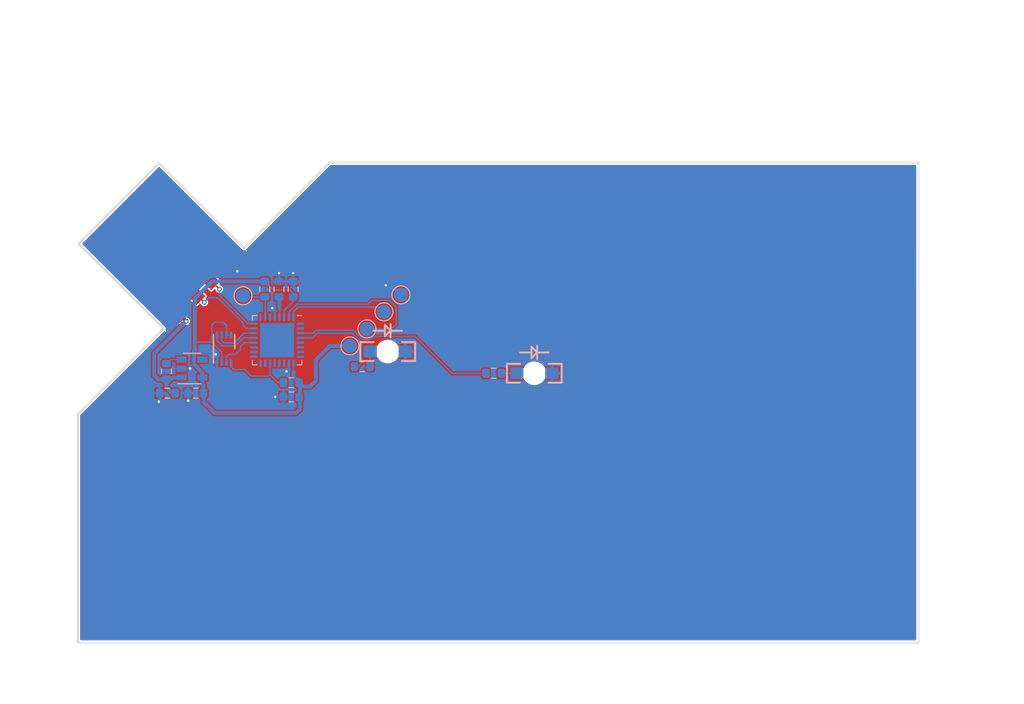
<source format=kicad_pcb>
(kicad_pcb (version 20171130) (host pcbnew "(5.1.8)-1")
  (layers (0 F.Cu signal hide) (31 B.Cu signal) (34 B.Paste user) (35 F.Paste user) (36 B.SilkS user hide) (37 F.SilkS user) (38 B.Mask user) (39 F.Mask user hide) (44 Edge.Cuts user))
  (net 0 "")
  (net 1 "Net-(C1-Pad2)")
  (net 2 GND)
  (net 3 +3V3)
  (net 4 +5VP)
  (net 5 D+)
  (net 6 D-)
  (net 7 "Net-(R1-Pad1)")
  (net 8 FLASH_CS)
  (net 9 "Net-(R3-Pad2)")
  (net 10 "Net-(R4-Pad2)")
  (net 11 "Net-(R5-Pad1)")
  (net 12 "Net-(U1-Pad1)")
  (net 13 "Net-(U1-Pad2)")
  (net 14 "Net-(U1-Pad5)")
  (net 15 "Net-(U1-Pad6)")
  (net 16 "Net-(U1-Pad7)")
  (net 17 "Net-(U1-Pad8)")
  (net 18 "Net-(U1-Pad11)")
  (net 19 "Net-(U1-Pad12)")
  (net 20 "Net-(U1-Pad13)")
  (net 21 "Net-(U1-Pad15)")
  (net 22 "Net-(U1-Pad16)")
  (net 23 "Net-(U1-Pad17)")
  (net 24 "Net-(U1-Pad18)")
  (net 25 "Net-(U1-Pad19)")
  (net 26 MISO2)
  (net 27 MOSI2)
  (net 28 SCK2)
  (net 29 "Net-(U1-Pad25)")
  (net 30 "Net-(U1-Pad27)")
  (net 31 "Net-(U1-Pad33)")
  (net 32 "Net-(U2-Pad4)")
  (net 33 "Net-(R3-Pad1)")
  (net 34 "Net-(R4-Pad1)")
  (net 35 "Net-(TP2-Pad1)")
  (net 36 "Net-(TP3-Pad1)")
  (module artwork:artwork (layer F.Cu) (at 64.4 65.222377)
    (fp_text reference Ref** hide)
    (fp_text value Val** hide)
  )
  (module unified:DFN-8-1EP_3x2mm_P0.5mm_EP1.75x1.45mm (layer B.Cu) (at 34.3 60.4 90)
    (fp_text reference U3 hide)
    (fp_text value AT25xxx-MA)
    (fp_line (start -1.5 -1.125) (end 1.5 -1.125) (layer B.SilkS) (width 0.15))
    (fp_line (start 0 1.125) (end 1.5 1.125) (layer B.SilkS) (width 0.15))
    (pad 1 smd rect (at -1.45 0.75 90) (size 0.75 0.27) (layers B.Cu B.Paste B.Mask) (net 8 FLASH_CS))
    (pad 2 smd rect (at -1.45 0.25 90) (size 0.75 0.27) (layers B.Cu B.Paste B.Mask) (net 26 MISO2))
    (pad 3 smd rect (at -1.45 -0.25 90) (size 0.75 0.27) (layers B.Cu B.Paste B.Mask) (net 3 +3V3))
    (pad 4 smd rect (at -1.45 -0.75 90) (size 0.75 0.27) (layers B.Cu B.Paste B.Mask) (net 2 GND))
    (pad 5 smd rect (at 1.45 -0.75 90) (size 0.75 0.27) (layers B.Cu B.Paste B.Mask) (net 27 MOSI2))
    (pad 6 smd rect (at 1.45 -0.25 90) (size 0.75 0.27) (layers B.Cu B.Paste B.Mask) (net 28 SCK2))
    (pad 7 smd rect (at 1.45 0.25 90) (size 0.75 0.27) (layers B.Cu B.Paste B.Mask) (net 3 +3V3))
    (pad 8 smd rect (at 1.45 0.75 90) (size 0.75 0.27) (layers B.Cu B.Paste B.Mask) (net 3 +3V3))
  )
  (module Resistor_SMD:R_0603_1608Metric (layer B.Cu) (at 40.1 54.1 270)
    (fp_text reference C1 hide)
    (fp_text value 10uF)
    (fp_line (start -0.237258 -0.5225) (end 0.237258 -0.5225) (layer B.SilkS) (width 0.12))
    (fp_line (start -0.237258 0.5225) (end 0.237258 0.5225) (layer B.SilkS) (width 0.12))
    (pad 2 smd roundrect (at 0.825 0 270) (size 0.8 0.95) (layers B.Cu B.Paste B.Mask) (net 1 "Net-(C1-Pad2)"))
    (pad 1 smd roundrect (at -0.825 0 270) (size 0.8 0.95) (layers B.Cu B.Paste B.Mask) (net 2 GND))
  )
  (module Resistor_SMD:R_0603_1608Metric (layer B.Cu) (at 41.4 65.5 180)
    (fp_text reference C2 hide)
    (fp_text value 10uF)
    (fp_line (start -0.237258 0.5225) (end 0.237258 0.5225) (layer B.SilkS) (width 0.12))
    (fp_line (start -0.237258 -0.5225) (end 0.237258 -0.5225) (layer B.SilkS) (width 0.12))
    (pad 1 smd roundrect (at -0.825 0 180) (size 0.8 0.95) (layers B.Cu B.Paste B.Mask) (net 3 +3V3))
    (pad 2 smd roundrect (at 0.825 0 180) (size 0.8 0.95) (layers B.Cu B.Paste B.Mask) (net 2 GND))
  )
  (module Resistor_SMD:R_0603_1608Metric (layer B.Cu) (at 41.6 54.1 90)
    (fp_text reference C3 hide)
    (fp_text value 1uF)
    (fp_line (start -0.237258 0.5225) (end 0.237258 0.5225) (layer B.SilkS) (width 0.12))
    (fp_line (start -0.237258 -0.5225) (end 0.237258 -0.5225) (layer B.SilkS) (width 0.12))
    (pad 1 smd roundrect (at -0.825 0 90) (size 0.8 0.95) (layers B.Cu B.Paste B.Mask) (net 3 +3V3))
    (pad 2 smd roundrect (at 0.825 0 90) (size 0.8 0.95) (layers B.Cu B.Paste B.Mask) (net 2 GND))
  )
  (module Resistor_SMD:R_0603_1608Metric (layer B.Cu) (at 28.3 65.1 180)
    (fp_text reference C6 hide)
    (fp_text value 10uF)
    (fp_line (start -0.237258 -0.5225) (end 0.237258 -0.5225) (layer B.SilkS) (width 0.12))
    (fp_line (start -0.237258 0.5225) (end 0.237258 0.5225) (layer B.SilkS) (width 0.12))
    (pad 2 smd roundrect (at 0.825 0 180) (size 0.8 0.95) (layers B.Cu B.Paste B.Mask) (net 2 GND))
    (pad 1 smd roundrect (at -0.825 0 180) (size 0.8 0.95) (layers B.Cu B.Paste B.Mask) (net 4 +5VP))
  )
  (module Resistor_SMD:R_0603_1608Metric (layer B.Cu) (at 31.3 65.1 180)
    (fp_text reference C7 hide)
    (fp_text value 10uF)
    (fp_line (start -0.237258 0.5225) (end 0.237258 0.5225) (layer B.SilkS) (width 0.12))
    (fp_line (start -0.237258 -0.5225) (end 0.237258 -0.5225) (layer B.SilkS) (width 0.12))
    (pad 1 smd roundrect (at -0.825 0 180) (size 0.8 0.95) (layers B.Cu B.Paste B.Mask) (net 3 +3V3))
    (pad 2 smd roundrect (at 0.825 0 180) (size 0.8 0.95) (layers B.Cu B.Paste B.Mask) (net 2 GND))
  )
  (module usb-pcb:usb-pcb (layer F.Cu) (at 32.4 54.3 45)
    (fp_text reference J1 hide)
    (fp_text value USB_B)
    (fp_line (start -6.0325 -13.077501) (end 6.0325 -13.077501) (layer F.SilkS) (width 0.12))
    (fp_line (start -6.0325 -13.077501) (end -6.0325 0) (layer F.SilkS) (width 0.12))
    (fp_line (start 6.0325 -13.077501) (end 6.0325 0) (layer F.SilkS) (width 0.12))
    (pad 3 smd rect (at 1.0795 -5.715 45) (size 1.27 12.065) (layers F.Cu F.Paste F.Mask) (net 5 D+))
    (pad 2 smd rect (at -1.0795 -5.715 45) (size 1.27 12.065) (layers F.Cu F.Paste F.Mask) (net 6 D-))
    (pad 4 smd rect (at 3.81 -6.0325 45) (size 1.27 12.7) (layers F.Cu F.Paste F.Mask) (net 2 GND))
    (pad 1 smd rect (at -3.81 -6.0325 45) (size 1.27 12.7) (layers F.Cu F.Paste F.Mask) (net 4 +5VP))
  )
  (module Resistor_SMD:R_0603_1608Metric (layer B.Cu) (at 28.2 62.8 270)
    (fp_text reference R1 hide)
    (fp_text value 100k)
    (fp_line (start -0.237258 0.5225) (end 0.237258 0.5225) (layer B.SilkS) (width 0.12))
    (fp_line (start -0.237258 -0.5225) (end 0.237258 -0.5225) (layer B.SilkS) (width 0.12))
    (pad 1 smd roundrect (at -0.825 0 270) (size 0.8 0.95) (layers B.Cu B.Paste B.Mask) (net 7 "Net-(R1-Pad1)"))
    (pad 2 smd roundrect (at 0.825 0 270) (size 0.8 0.95) (layers B.Cu B.Paste B.Mask) (net 4 +5VP))
  )
  (module Resistor_SMD:R_0603_1608Metric (layer B.Cu) (at 41.4 64 180)
    (fp_text reference R2 hide)
    (fp_text value 100k)
    (fp_line (start -0.237258 -0.5225) (end 0.237258 -0.5225) (layer B.SilkS) (width 0.12))
    (fp_line (start -0.237258 0.5225) (end 0.237258 0.5225) (layer B.SilkS) (width 0.12))
    (pad 2 smd roundrect (at 0.825 0 180) (size 0.8 0.95) (layers B.Cu B.Paste B.Mask) (net 8 FLASH_CS))
    (pad 1 smd roundrect (at -0.825 0 180) (size 0.8 0.95) (layers B.Cu B.Paste B.Mask) (net 3 +3V3))
  )
  (module Resistor_SMD:R_0603_1608Metric (layer B.Cu) (at 48.9 62.3 180)
    (fp_text reference R3 hide)
    (fp_text value 330)
    (fp_line (start -0.237258 0.5225) (end 0.237258 0.5225) (layer B.SilkS) (width 0.12))
    (fp_line (start -0.237258 -0.5225) (end 0.237258 -0.5225) (layer B.SilkS) (width 0.12))
    (pad 1 smd roundrect (at -0.825 0 180) (size 0.8 0.95) (layers B.Cu B.Paste B.Mask) (net 33 "Net-(R3-Pad1)"))
    (pad 2 smd roundrect (at 0.825 0 180) (size 0.8 0.95) (layers B.Cu B.Paste B.Mask) (net 9 "Net-(R3-Pad2)"))
  )
  (module Resistor_SMD:R_0603_1608Metric (layer B.Cu) (at 62.8 63 180)
    (fp_text reference R4 hide)
    (fp_text value 330)
    (fp_line (start -0.237258 -0.5225) (end 0.237258 -0.5225) (layer B.SilkS) (width 0.12))
    (fp_line (start -0.237258 0.5225) (end 0.237258 0.5225) (layer B.SilkS) (width 0.12))
    (pad 2 smd roundrect (at 0.825 0 180) (size 0.8 0.95) (layers B.Cu B.Paste B.Mask) (net 10 "Net-(R4-Pad2)"))
    (pad 1 smd roundrect (at -0.825 0 180) (size 0.8 0.95) (layers B.Cu B.Paste B.Mask) (net 34 "Net-(R4-Pad1)"))
  )
  (module Resistor_SMD:R_0603_1608Metric (layer B.Cu) (at 38.6 54.1 90)
    (fp_text reference R5 hide)
    (fp_text value 100k)
    (fp_line (start -0.237258 -0.5225) (end 0.237258 -0.5225) (layer B.SilkS) (width 0.12))
    (fp_line (start -0.237258 0.5225) (end 0.237258 0.5225) (layer B.SilkS) (width 0.12))
    (pad 2 smd roundrect (at 0.825 0 90) (size 0.8 0.95) (layers B.Cu B.Paste B.Mask) (net 3 +3V3))
    (pad 1 smd roundrect (at -0.825 0 90) (size 0.8 0.95) (layers B.Cu B.Paste B.Mask) (net 11 "Net-(R5-Pad1)"))
  )
  (module Package_DFN_QFN:QFN-32-1EP_5x5mm_P0.5mm_EP3.6x3.6mm (layer B.Cu) (at 39.9 59.5 180)
    (fp_text reference U1 hide)
    (fp_text value ATSAMD21E18A-M)
    (fp_line (start 2.135 2.61) (end 2.61 2.61) (layer B.SilkS) (width 0.12))
    (fp_line (start 2.61 2.61) (end 2.61 2.135) (layer B.SilkS) (width 0.12))
    (fp_line (start -2.135 -2.61) (end -2.61 -2.61) (layer B.SilkS) (width 0.12))
    (fp_line (start -2.61 -2.61) (end -2.61 -2.135) (layer B.SilkS) (width 0.12))
    (fp_line (start 2.135 -2.61) (end 2.61 -2.61) (layer B.SilkS) (width 0.12))
    (fp_line (start 2.61 -2.61) (end 2.61 -2.135) (layer B.SilkS) (width 0.12))
    (fp_line (start -2.135 2.61) (end -2.61 2.61) (layer B.SilkS) (width 0.12))
    (pad 1 smd roundrect (at -2.45 1.75 180) (size 0.8 0.25) (layers B.Cu B.Paste B.Mask) (net 12 "Net-(U1-Pad1)"))
    (pad 2 smd roundrect (at -2.45 1.25 180) (size 0.8 0.25) (layers B.Cu B.Paste B.Mask) (net 13 "Net-(U1-Pad2)"))
    (pad 3 smd roundrect (at -2.45 0.75 180) (size 0.8 0.25) (layers B.Cu B.Paste B.Mask) (net 10 "Net-(R4-Pad2)"))
    (pad 4 smd roundrect (at -2.45 0.25 180) (size 0.8 0.25) (layers B.Cu B.Paste B.Mask) (net 9 "Net-(R3-Pad2)"))
    (pad 5 smd roundrect (at -2.45 -0.25 180) (size 0.8 0.25) (layers B.Cu B.Paste B.Mask) (net 14 "Net-(U1-Pad5)"))
    (pad 6 smd roundrect (at -2.45 -0.75 180) (size 0.8 0.25) (layers B.Cu B.Paste B.Mask) (net 15 "Net-(U1-Pad6)"))
    (pad 7 smd roundrect (at -2.45 -1.25 180) (size 0.8 0.25) (layers B.Cu B.Paste B.Mask) (net 16 "Net-(U1-Pad7)"))
    (pad 8 smd roundrect (at -2.45 -1.75 180) (size 0.8 0.25) (layers B.Cu B.Paste B.Mask) (net 17 "Net-(U1-Pad8)"))
    (pad 9 smd roundrect (at -1.75 -2.45 180) (size 0.25 0.8) (layers B.Cu B.Paste B.Mask) (net 3 +3V3))
    (pad 10 smd roundrect (at -1.25 -2.45 180) (size 0.25 0.8) (layers B.Cu B.Paste B.Mask) (net 2 GND))
    (pad 11 smd roundrect (at -0.75 -2.45 180) (size 0.25 0.8) (layers B.Cu B.Paste B.Mask) (net 18 "Net-(U1-Pad11)"))
    (pad 12 smd roundrect (at -0.25 -2.45 180) (size 0.25 0.8) (layers B.Cu B.Paste B.Mask) (net 19 "Net-(U1-Pad12)"))
    (pad 13 smd roundrect (at 0.25 -2.45 180) (size 0.25 0.8) (layers B.Cu B.Paste B.Mask) (net 20 "Net-(U1-Pad13)"))
    (pad 14 smd roundrect (at 0.75 -2.45 180) (size 0.25 0.8) (layers B.Cu B.Paste B.Mask) (net 8 FLASH_CS))
    (pad 15 smd roundrect (at 1.25 -2.45 180) (size 0.25 0.8) (layers B.Cu B.Paste B.Mask) (net 21 "Net-(U1-Pad15)"))
    (pad 16 smd roundrect (at 1.75 -2.45 180) (size 0.25 0.8) (layers B.Cu B.Paste B.Mask) (net 22 "Net-(U1-Pad16)"))
    (pad 17 smd roundrect (at 2.45 -1.75 180) (size 0.8 0.25) (layers B.Cu B.Paste B.Mask) (net 23 "Net-(U1-Pad17)"))
    (pad 18 smd roundrect (at 2.45 -1.25 180) (size 0.8 0.25) (layers B.Cu B.Paste B.Mask) (net 24 "Net-(U1-Pad18)"))
    (pad 19 smd roundrect (at 2.45 -0.75 180) (size 0.8 0.25) (layers B.Cu B.Paste B.Mask) (net 25 "Net-(U1-Pad19)"))
    (pad 20 smd roundrect (at 2.45 -0.25 180) (size 0.8 0.25) (layers B.Cu B.Paste B.Mask) (net 26 MISO2))
    (pad 21 smd roundrect (at 2.45 0.25 180) (size 0.8 0.25) (layers B.Cu B.Paste B.Mask) (net 27 MOSI2))
    (pad 22 smd roundrect (at 2.45 0.75 180) (size 0.8 0.25) (layers B.Cu B.Paste B.Mask) (net 28 SCK2))
    (pad 23 smd roundrect (at 2.45 1.25 180) (size 0.8 0.25) (layers B.Cu B.Paste B.Mask) (net 6 D-))
    (pad 24 smd roundrect (at 2.45 1.75 180) (size 0.8 0.25) (layers B.Cu B.Paste B.Mask) (net 5 D+))
    (pad 25 smd roundrect (at 1.75 2.45 180) (size 0.25 0.8) (layers B.Cu B.Paste B.Mask) (net 29 "Net-(U1-Pad25)"))
    (pad 26 smd roundrect (at 1.25 2.45 180) (size 0.25 0.8) (layers B.Cu B.Paste B.Mask) (net 11 "Net-(R5-Pad1)"))
    (pad 27 smd roundrect (at 0.75 2.45 180) (size 0.25 0.8) (layers B.Cu B.Paste B.Mask) (net 30 "Net-(U1-Pad27)"))
    (pad 28 smd roundrect (at 0.25 2.45 180) (size 0.25 0.8) (layers B.Cu B.Paste B.Mask) (net 2 GND))
    (pad 29 smd roundrect (at -0.25 2.45 180) (size 0.25 0.8) (layers B.Cu B.Paste B.Mask) (net 1 "Net-(C1-Pad2)"))
    (pad 30 smd roundrect (at -0.75 2.45 180) (size 0.25 0.8) (layers B.Cu B.Paste B.Mask) (net 3 +3V3))
    (pad 31 smd roundrect (at -1.25 2.45 180) (size 0.25 0.8) (layers B.Cu B.Paste B.Mask) (net 35 "Net-(TP2-Pad1)"))
    (pad 32 smd roundrect (at -1.75 2.45 180) (size 0.25 0.8) (layers B.Cu B.Paste B.Mask) (net 36 "Net-(TP3-Pad1)"))
    (pad 33 smd rect (at 0 0 180) (size 3.6 3.6) (layers B.Cu B.Mask) (net 31 "Net-(U1-Pad33)"))
  )
  (module Package_TO_SOT_SMD:SOT-23-5 (layer B.Cu) (at 30.9 62.5)
    (fp_text reference U2 hide)
    (fp_text value AP2112K-3.3)
    (fp_line (start -0.9 -1.61) (end 0.9 -1.61) (layer B.SilkS) (width 0.12))
    (fp_line (start 0.9 1.61) (end -1.55 1.61) (layer B.SilkS) (width 0.12))
    (pad 1 smd rect (at -1.1 0.95) (size 1.06 0.65) (layers B.Cu B.Paste B.Mask) (net 4 +5VP))
    (pad 2 smd rect (at -1.1 0) (size 1.06 0.65) (layers B.Cu B.Paste B.Mask) (net 2 GND))
    (pad 3 smd rect (at -1.1 -0.95) (size 1.06 0.65) (layers B.Cu B.Paste B.Mask) (net 7 "Net-(R1-Pad1)"))
    (pad 4 smd rect (at 1.1 -0.95) (size 1.06 0.65) (layers B.Cu B.Paste B.Mask) (net 32 "Net-(U2-Pad4)"))
    (pad 5 smd rect (at 1.1 0.95) (size 1.06 0.65) (layers B.Cu B.Paste B.Mask) (net 3 +3V3))
  )
  (module HSMC-C265:HSMC-C265 (layer B.Cu) (at 51.6 60.7)
    (fp_text reference U4 hide)
    (fp_text value HSMC-C265)
    (fp_line (start -1.5 1) (end -2.9 1) (layer B.SilkS) (width 0.2032))
    (fp_line (start -2.9 1) (end -2.9 -1) (layer B.SilkS) (width 0.2032))
    (fp_line (start -2.9 -1) (end -1.5 -1) (layer B.SilkS) (width 0.2032))
    (fp_line (start 1.5 1) (end 2.9 1) (layer B.SilkS) (width 0.2032))
    (fp_line (start 2.9 1) (end 2.9 -1) (layer B.SilkS) (width 0.2032))
    (fp_line (start 2.9 -1) (end 1.5 -1) (layer B.SilkS) (width 0.2032))
    (fp_line (start 0.3 -1.51) (end 0.3 -2.2) (layer B.SilkS) (width 0.2032))
    (fp_line (start 0.3 -2.2) (end 0.3 -2.21) (layer B.SilkS) (width 0.2032))
    (fp_line (start 0.3 -2.21) (end 0.3 -2.91) (layer B.SilkS) (width 0.2032))
    (fp_line (start 0.3 -2.21) (end -0.3 -1.61) (layer B.SilkS) (width 0.2032))
    (fp_line (start -0.3 -1.61) (end -0.3 -2.2) (layer B.SilkS) (width 0.2032))
    (fp_line (start -0.3 -2.2) (end -0.3 -2.81) (layer B.SilkS) (width 0.2032))
    (fp_line (start -0.3 -2.81) (end 0.3 -2.21) (layer B.SilkS) (width 0.2032))
    (fp_line (start -1.5 -2.2) (end -0.3 -2.2) (layer B.SilkS) (width 0.2032))
    (fp_line (start 0.3 -2.2) (end 1.5 -2.2) (layer B.SilkS) (width 0.2032))
    (pad A smd rect (at -1.85 0) (size 1.4 1.25) (layers B.Cu B.Paste B.Mask) (net 33 "Net-(R3-Pad1)"))
    (pad C smd rect (at 1.85 0) (size 1.4 1.25) (layers B.Cu B.Paste B.Mask) (net 2 GND))
    (pad None np_thru_hole circle (at 0 0) (size 2.2 2.2) (drill 2.2) (layers *.Cu *.Mask))
  )
  (module HSMC-C265:HSMC-C265 (layer B.Cu) (at 67.1 63)
    (fp_text reference U5 hide)
    (fp_text value HSMC-C265)
    (fp_line (start 0.3 -2.2) (end 1.5 -2.2) (layer B.SilkS) (width 0.2032))
    (fp_line (start -1.5 -2.2) (end -0.3 -2.2) (layer B.SilkS) (width 0.2032))
    (fp_line (start -0.3 -2.81) (end 0.3 -2.21) (layer B.SilkS) (width 0.2032))
    (fp_line (start -0.3 -2.2) (end -0.3 -2.81) (layer B.SilkS) (width 0.2032))
    (fp_line (start -0.3 -1.61) (end -0.3 -2.2) (layer B.SilkS) (width 0.2032))
    (fp_line (start 0.3 -2.21) (end -0.3 -1.61) (layer B.SilkS) (width 0.2032))
    (fp_line (start 0.3 -2.21) (end 0.3 -2.91) (layer B.SilkS) (width 0.2032))
    (fp_line (start 0.3 -2.2) (end 0.3 -2.21) (layer B.SilkS) (width 0.2032))
    (fp_line (start 0.3 -1.51) (end 0.3 -2.2) (layer B.SilkS) (width 0.2032))
    (fp_line (start 2.9 -1) (end 1.5 -1) (layer B.SilkS) (width 0.2032))
    (fp_line (start 2.9 1) (end 2.9 -1) (layer B.SilkS) (width 0.2032))
    (fp_line (start 1.5 1) (end 2.9 1) (layer B.SilkS) (width 0.2032))
    (fp_line (start -2.9 -1) (end -1.5 -1) (layer B.SilkS) (width 0.2032))
    (fp_line (start -2.9 1) (end -2.9 -1) (layer B.SilkS) (width 0.2032))
    (fp_line (start -1.5 1) (end -2.9 1) (layer B.SilkS) (width 0.2032))
    (pad None np_thru_hole circle (at 0 0) (size 2.2 2.2) (drill 2.2) (layers *.Cu *.Mask))
    (pad C smd rect (at 1.85 0) (size 1.4 1.25) (layers B.Cu B.Paste B.Mask) (net 2 GND))
    (pad A smd rect (at -1.85 0) (size 1.4 1.25) (layers B.Cu B.Paste B.Mask) (net 34 "Net-(R4-Pad1)"))
  )
  (module TestPoint:TestPoint_Pad_D1.5mm (layer B.Cu) (at 47.6 60.1)
    (fp_text reference TP1 hide)
    (fp_text value TestPoint)
    (fp_circle (center 0 0) (end 0 -0.95) (layer B.SilkS) (width 0.12))
    (pad 1 smd circle (at 0 0) (size 1.5 1.5) (layers B.Cu B.Mask) (net 3 +3V3))
  )
  (module TestPoint:TestPoint_Pad_D1.5mm (layer B.Cu) (at 49.4 58.3)
    (fp_text reference TP2 hide)
    (fp_text value TestPoint)
    (fp_circle (center 0 0) (end 0 -0.95) (layer B.SilkS) (width 0.12))
    (pad 1 smd circle (at 0 0) (size 1.5 1.5) (layers B.Cu B.Mask) (net 35 "Net-(TP2-Pad1)"))
  )
  (module TestPoint:TestPoint_Pad_D1.5mm (layer B.Cu) (at 51.2 56.5)
    (fp_text reference TP3 hide)
    (fp_text value TestPoint)
    (fp_circle (center 0 0) (end 0 -0.95) (layer B.SilkS) (width 0.12))
    (pad 1 smd circle (at 0 0) (size 1.5 1.5) (layers B.Cu B.Mask) (net 36 "Net-(TP3-Pad1)"))
  )
  (module TestPoint:TestPoint_Pad_D1.5mm (layer B.Cu) (at 53 54.7)
    (fp_text reference TP4 hide)
    (fp_text value TestPoint)
    (fp_circle (center 0 0) (end 0 -0.95) (layer B.SilkS) (width 0.12))
    (pad 1 smd circle (at 0 0) (size 1.5 1.5) (layers B.Cu B.Mask) (net 2 GND))
  )
  (module TestPoint:TestPoint_Pad_D1.5mm (layer B.Cu) (at 36.3 54.8)
    (fp_text reference TP5 hide)
    (fp_text value TestPoint)
    (fp_circle (center 0 0) (end 0 -0.95) (layer B.SilkS) (width 0.12))
    (pad 1 smd circle (at 0 0) (size 1.5 1.5) (layers B.Cu B.Mask) (net 11 "Net-(R5-Pad1)"))
  )
  (gr_line (start 45.46366 40.69684) (end 36.411791 49.74872) (layer Edge.Cuts) (width 0.2))
  (gr_line (start 27.431531 40.76846) (end 18.9 49.3) (layer Edge.Cuts) (width 0.2))
  (gr_line (start 27.88025 58.28025) (end 18.82801 67.3325) (layer Edge.Cuts) (width 0.2))
  (gr_line (start 107.728024 91.4969) (end 107.728384 40.69684) (layer Edge.Cuts) (width 0.2))
  (gr_line (start 18.82801 91.4969) (end 107.728024 91.4969) (layer Edge.Cuts) (width 0.2))
  (gr_line (start 107.728384 40.69684) (end 45.46366 40.69684) (layer Edge.Cuts) (width 0.2))
  (gr_line (start 18.82801 67.3325) (end 18.82801 91.4969) (layer Edge.Cuts) (width 0.2))
  (gr_line (start 36.411791 49.74872) (end 27.431531 40.76846) (layer Edge.Cuts) (width 0.2))
  (gr_line (start 18.9 49.3) (end 27.88025 58.28025) (layer Edge.Cuts) (width 0.2))
  (segment (start 40.15 57.05) (end 40.15 56.15) (width 0.1524) (layer B.Cu) (net 1))
  (segment (start 40.15 54.975) (end 40.1 54.925) (width 0.4064) (layer B.Cu) (net 1))
  (segment (start 40.15 56.15) (end 40.15 54.975) (width 0.4064) (layer B.Cu) (net 1))
  (via (at 35.7 52.2) (size 0.5) (drill 0.25) (layers F.Cu B.Cu) (net 2))
  (segment (start 30.840302 47.340302) (end 35.7 52.2) (width 0.4064) (layer F.Cu) (net 2))
  (segment (start 30.828455 47.340302) (end 30.840302 47.340302) (width 0.4064) (layer F.Cu) (net 2))
  (via (at 39.7 65.5) (size 0.5) (drill 0.25) (layers F.Cu B.Cu) (net 2))
  (segment (start 40.575 65.5) (end 39.7 65.5) (width 0.1524) (layer B.Cu) (net 2))
  (via (at 40.9 62.8) (size 0.5) (drill 0.25) (layers F.Cu B.Cu) (net 2))
  (segment (start 41.15 62.55) (end 40.9 62.8) (width 0.1524) (layer B.Cu) (net 2))
  (segment (start 41.15 61.95) (end 41.15 62.55) (width 0.1524) (layer B.Cu) (net 2))
  (via (at 33.4 61) (size 0.5) (drill 0.25) (layers F.Cu B.Cu) (net 2))
  (segment (start 33.55 61.15) (end 33.4 61) (width 0.1524) (layer B.Cu) (net 2))
  (segment (start 33.55 61.85) (end 33.55 61.15) (width 0.1524) (layer B.Cu) (net 2))
  (via (at 30.7 62.5) (size 0.5) (drill 0.25) (layers F.Cu B.Cu) (net 2))
  (segment (start 29.8 62.5) (end 30.7 62.5) (width 0.1524) (layer B.Cu) (net 2))
  (via (at 30.5 65.9) (size 0.5) (drill 0.25) (layers F.Cu B.Cu) (net 2))
  (segment (start 30.475 65.875) (end 30.5 65.9) (width 0.1524) (layer B.Cu) (net 2))
  (segment (start 30.475 65.1) (end 30.475 65.875) (width 0.1524) (layer B.Cu) (net 2))
  (via (at 27.4 66) (size 0.5) (drill 0.25) (layers F.Cu B.Cu) (net 2))
  (segment (start 27.475 65.925) (end 27.4 66) (width 0.1524) (layer B.Cu) (net 2))
  (segment (start 27.475 65.1) (end 27.475 65.925) (width 0.1524) (layer B.Cu) (net 2))
  (via (at 39.4 56.1) (size 0.5) (drill 0.25) (layers F.Cu B.Cu) (net 2))
  (segment (start 39.65 56.35) (end 39.4 56.1) (width 0.1524) (layer B.Cu) (net 2))
  (segment (start 39.65 57.05) (end 39.65 56.35) (width 0.1524) (layer B.Cu) (net 2))
  (via (at 40.1 52.4) (size 0.5) (drill 0.25) (layers F.Cu B.Cu) (net 2))
  (segment (start 40.1 53.275) (end 40.1 52.4) (width 0.1524) (layer B.Cu) (net 2))
  (via (at 41.6 52.4) (size 0.5) (drill 0.25) (layers F.Cu B.Cu) (net 2))
  (segment (start 41.6 53.275) (end 41.6 52.4) (width 0.1524) (layer B.Cu) (net 2))
  (via (at 51.4 53.7) (size 0.5) (drill 0.25) (layers F.Cu B.Cu) (net 2))
  (segment (start 52 53.7) (end 51.4 53.7) (width 0.1524) (layer B.Cu) (net 2))
  (segment (start 53 54.7) (end 52 53.7) (width 0.1524) (layer B.Cu) (net 2))
  (segment (start 34.55 58.95) (end 35.05 58.95) (width 0.1524) (layer B.Cu) (net 3))
  (segment (start 32 63.45) (end 32 64.2) (width 0.4064) (layer B.Cu) (net 3))
  (segment (start 32.125 64.325) (end 32.125 65.1) (width 0.4064) (layer B.Cu) (net 3))
  (segment (start 32 64.2) (end 32.125 64.325) (width 0.4064) (layer B.Cu) (net 3))
  (segment (start 42.325 65.9) (end 42.325 64.4) (width 0.4064) (layer B.Cu) (net 3))
  (segment (start 42.325 64.4) (end 42.325 64.025) (width 0.4064) (layer B.Cu) (net 3))
  (segment (start 41.65 61.95) (end 41.65 62.85) (width 0.1524) (layer B.Cu) (net 3))
  (segment (start 41.65 63.35) (end 41.65 62.85) (width 0.4064) (layer B.Cu) (net 3))
  (segment (start 42.325 64.025) (end 41.65 63.35) (width 0.4064) (layer B.Cu) (net 3))
  (segment (start 32.125 65.1) (end 32.125 66.025) (width 0.4) (layer B.Cu) (net 3))
  (segment (start 32.125 66.025) (end 33.3 67.2) (width 0.4) (layer B.Cu) (net 3))
  (segment (start 33.3 67.2) (end 41.9 67.2) (width 0.4) (layer B.Cu) (net 3))
  (segment (start 42.325 66.775) (end 42.325 65.9) (width 0.4) (layer B.Cu) (net 3))
  (segment (start 41.9 67.2) (end 42.325 66.775) (width 0.4) (layer B.Cu) (net 3))
  (segment (start 47.6 60.1) (end 45.5 60.1) (width 0.4064) (layer B.Cu) (net 3))
  (segment (start 45.5 60.1) (end 44 61.6) (width 0.4064) (layer B.Cu) (net 3))
  (segment (start 44 61.6) (end 44 63.8) (width 0.4064) (layer B.Cu) (net 3))
  (segment (start 43.4 64.4) (end 42.325 64.4) (width 0.4064) (layer B.Cu) (net 3))
  (segment (start 44 63.8) (end 43.4 64.4) (width 0.4064) (layer B.Cu) (net 3))
  (segment (start 40.65 57.05) (end 40.65 56.35) (width 0.1524) (layer B.Cu) (net 3))
  (segment (start 41.6 55.4) (end 41.6 54.925) (width 0.1524) (layer B.Cu) (net 3))
  (segment (start 40.65 56.35) (end 41.6 55.4) (width 0.1524) (layer B.Cu) (net 3))
  (segment (start 34.55 57.95) (end 34.55 58.95) (width 0.1524) (layer B.Cu) (net 3))
  (segment (start 34.2 57.6) (end 34.55 57.95) (width 0.1524) (layer B.Cu) (net 3))
  (segment (start 33 57.9) (end 33.3 57.6) (width 0.1524) (layer B.Cu) (net 3))
  (segment (start 33 59.7) (end 33 57.9) (width 0.1524) (layer B.Cu) (net 3))
  (segment (start 33.3 57.6) (end 34.2 57.6) (width 0.1524) (layer B.Cu) (net 3))
  (segment (start 34.05 60.75) (end 33 59.7) (width 0.1524) (layer B.Cu) (net 3))
  (segment (start 34.05 61.85) (end 34.05 60.75) (width 0.1524) (layer B.Cu) (net 3))
  (segment (start 41.6 54.525) (end 41.275 54.2) (width 0.1524) (layer B.Cu) (net 3))
  (segment (start 41.6 54.925) (end 41.6 54.525) (width 0.1524) (layer B.Cu) (net 3))
  (segment (start 39.525 54.2) (end 38.6 53.275) (width 0.1524) (layer B.Cu) (net 3))
  (segment (start 41.275 54.2) (end 39.525 54.2) (width 0.1524) (layer B.Cu) (net 3))
  (segment (start 38.6 53.275) (end 33.025 53.275) (width 0.4064) (layer B.Cu) (net 3))
  (segment (start 33.025 53.275) (end 31.2 55.1) (width 0.4064) (layer B.Cu) (net 3))
  (segment (start 32 62.925) (end 32 63.45) (width 0.4064) (layer B.Cu) (net 3))
  (segment (start 31.114399 62.039399) (end 32 62.925) (width 0.4064) (layer B.Cu) (net 3))
  (segment (start 31.114399 60.685601) (end 31.114399 62.039399) (width 0.4064) (layer B.Cu) (net 3))
  (segment (start 31.2 60.6) (end 31.114399 60.685601) (width 0.4064) (layer B.Cu) (net 3))
  (segment (start 33 59.7) (end 31.2 59.7) (width 0.1524) (layer B.Cu) (net 3))
  (segment (start 31.2 59.7) (end 31.2 60.6) (width 0.4064) (layer B.Cu) (net 3))
  (segment (start 31.2 55.1) (end 31.2 59.7) (width 0.4064) (layer B.Cu) (net 3))
  (segment (start 29.125 65.1) (end 28.8 65.1) (width 0.4064) (layer B.Cu) (net 4))
  (segment (start 28.2 64.5) (end 28.2 63.625) (width 0.4064) (layer B.Cu) (net 4))
  (segment (start 28.8 65.1) (end 28.2 64.5) (width 0.4064) (layer B.Cu) (net 4))
  (segment (start 28.2 63.625) (end 28.675 63.625) (width 0.4064) (layer B.Cu) (net 4))
  (segment (start 28.85 63.45) (end 29.8 63.45) (width 0.4064) (layer B.Cu) (net 4))
  (segment (start 28.675 63.625) (end 28.85 63.45) (width 0.4064) (layer B.Cu) (net 4))
  (via (at 30.3 57.5) (size 0.5) (drill 0.25) (layers F.Cu B.Cu) (net 4))
  (segment (start 25.528455 52.728455) (end 30.3 57.5) (width 0.4064) (layer F.Cu) (net 4))
  (segment (start 25.440302 52.728455) (end 25.528455 52.728455) (width 0.4064) (layer F.Cu) (net 4))
  (segment (start 30.3 57.5) (end 26.9 60.9) (width 0.4064) (layer B.Cu) (net 4))
  (segment (start 26.9 60.9) (end 26.9 63.2) (width 0.4064) (layer B.Cu) (net 4))
  (segment (start 27.325 63.625) (end 28.2 63.625) (width 0.4064) (layer B.Cu) (net 4))
  (segment (start 26.9 63.2) (end 27.325 63.625) (width 0.4064) (layer B.Cu) (net 4))
  (segment (start 37.45 57.75) (end 36.812132 57.75) (width 0.1524) (layer B.Cu) (net 5))
  (via (at 33.8 54.1) (size 0.5) (drill 0.25) (layers F.Cu B.Cu) (net 5))
  (segment (start 33.8 54.737868) (end 33.8 54.1) (width 0.1524) (layer B.Cu) (net 5))
  (segment (start 36.812132 57.75) (end 33.8 54.737868) (width 0.1524) (layer B.Cu) (net 5))
  (segment (start 29.195563 49.495563) (end 29.122207 49.495563) (width 0.1524) (layer F.Cu) (net 5))
  (segment (start 33.8 54.1) (end 29.195563 49.495563) (width 0.1524) (layer F.Cu) (net 5))
  (segment (start 37.45 58.25) (end 36.65 58.25) (width 0.1524) (layer B.Cu) (net 6))
  (segment (start 36.65 58.25) (end 36.3 57.9) (width 0.1524) (layer B.Cu) (net 6))
  (segment (start 36.3 57.668934) (end 33.631066 55) (width 0.1524) (layer B.Cu) (net 6))
  (segment (start 36.3 57.9) (end 36.3 57.668934) (width 0.1524) (layer B.Cu) (net 6))
  (via (at 32.2 55.5) (size 0.5) (drill 0.25) (layers F.Cu B.Cu) (net 6))
  (segment (start 32.7 55) (end 32.2 55.5) (width 0.1524) (layer B.Cu) (net 6))
  (segment (start 33.631066 55) (end 32.7 55) (width 0.1524) (layer B.Cu) (net 6))
  (segment (start 27.722207 51.022207) (end 27.595563 51.022207) (width 0.1524) (layer F.Cu) (net 6))
  (segment (start 32.2 55.5) (end 27.722207 51.022207) (width 0.1524) (layer F.Cu) (net 6))
  (segment (start 28.625 61.55) (end 29.8 61.55) (width 0.1524) (layer B.Cu) (net 7))
  (segment (start 28.2 61.975) (end 28.625 61.55) (width 0.1524) (layer B.Cu) (net 7))
  (segment (start 35.05 61.85) (end 35.05 62.35) (width 0.1524) (layer B.Cu) (net 8))
  (segment (start 35.05 62.35) (end 35.325 62.625) (width 0.1524) (layer B.Cu) (net 8))
  (segment (start 39.15 61.95) (end 39.15 63.15) (width 0.1524) (layer B.Cu) (net 8))
  (segment (start 39.15 63.15) (end 39 63.3) (width 0.1524) (layer B.Cu) (net 8))
  (segment (start 37.1786 63.3) (end 36.4786 62.6) (width 0.1524) (layer B.Cu) (net 8))
  (segment (start 39 63.3) (end 37.1786 63.3) (width 0.1524) (layer B.Cu) (net 8))
  (segment (start 35.35 62.6) (end 35.325 62.625) (width 0.1524) (layer B.Cu) (net 8))
  (segment (start 36.4786 62.6) (end 35.35 62.6) (width 0.1524) (layer B.Cu) (net 8))
  (segment (start 40 64) (end 39.15 63.15) (width 0.1524) (layer B.Cu) (net 8))
  (segment (start 40.575 64) (end 40 64) (width 0.1524) (layer B.Cu) (net 8))
  (segment (start 47.85 58.75) (end 47.25 58.75) (width 0.1524) (layer B.Cu) (net 9))
  (segment (start 48.821399 59.721399) (end 47.85 58.75) (width 0.1524) (layer B.Cu) (net 9))
  (segment (start 48.821399 61.953601) (end 48.821399 59.721399) (width 0.1524) (layer B.Cu) (net 9))
  (segment (start 48.475 62.3) (end 48.821399 61.953601) (width 0.1524) (layer B.Cu) (net 9))
  (segment (start 48.075 62.3) (end 48.475 62.3) (width 0.1524) (layer B.Cu) (net 9))
  (segment (start 44.95 58.75) (end 44.15 58.75) (width 0.1524) (layer B.Cu) (net 9))
  (segment (start 47.25 58.75) (end 44.95 58.75) (width 0.1524) (layer B.Cu) (net 9))
  (segment (start 43.65 59.25) (end 42.35 59.25) (width 0.1524) (layer B.Cu) (net 9))
  (segment (start 44.15 58.75) (end 43.65 59.25) (width 0.1524) (layer B.Cu) (net 9))
  (segment (start 47.976256 58.44519) (end 44.023743 58.445191) (width 0.1524) (layer B.Cu) (net 10))
  (segment (start 43.718934 58.75) (end 42.35 58.75) (width 0.1524) (layer B.Cu) (net 10))
  (segment (start 48.931066 59.4) (end 47.976256 58.44519) (width 0.1524) (layer B.Cu) (net 10))
  (segment (start 49.74833 59.4) (end 48.931066 59.4) (width 0.1524) (layer B.Cu) (net 10))
  (segment (start 54.5 59.1) (end 50.04833 59.1) (width 0.1524) (layer B.Cu) (net 10))
  (segment (start 44.023743 58.445191) (end 43.718934 58.75) (width 0.1524) (layer B.Cu) (net 10))
  (segment (start 58.4 63) (end 54.5 59.1) (width 0.1524) (layer B.Cu) (net 10))
  (segment (start 50.04833 59.1) (end 49.74833 59.4) (width 0.1524) (layer B.Cu) (net 10))
  (segment (start 61.975 63) (end 58.4 63) (width 0.1524) (layer B.Cu) (net 10))
  (segment (start 36.425 54.925) (end 36.3 54.8) (width 0.1524) (layer B.Cu) (net 11))
  (segment (start 38.6 54.925) (end 36.425 54.925) (width 0.1524) (layer B.Cu) (net 11))
  (segment (start 38.65 54.975) (end 38.6 54.925) (width 0.1524) (layer B.Cu) (net 11))
  (segment (start 38.65 57.05) (end 38.65 54.975) (width 0.1524) (layer B.Cu) (net 11))
  (segment (start 36.45 59.75) (end 37.45 59.75) (width 0.1524) (layer B.Cu) (net 26))
  (segment (start 36 60.2) (end 36.45 59.75) (width 0.1524) (layer B.Cu) (net 26))
  (segment (start 36 60.5) (end 35.5 61) (width 0.1524) (layer B.Cu) (net 26))
  (segment (start 36 60.5) (end 36 60.2) (width 0.1524) (layer B.Cu) (net 26))
  (segment (start 35.5 61) (end 34.8 61) (width 0.1524) (layer B.Cu) (net 26))
  (segment (start 34.55 61.25) (end 34.55 61.85) (width 0.1524) (layer B.Cu) (net 26))
  (segment (start 34.8 61) (end 34.55 61.25) (width 0.1524) (layer B.Cu) (net 26))
  (segment (start 33.55 59.55) (end 33.55 58.95) (width 0.1524) (layer B.Cu) (net 27))
  (segment (start 34.1 60.1) (end 33.55 59.55) (width 0.1524) (layer B.Cu) (net 27))
  (segment (start 35.5 60.1) (end 34.1 60.1) (width 0.1524) (layer B.Cu) (net 27))
  (segment (start 36.35 59.25) (end 35.5 60.1) (width 0.1524) (layer B.Cu) (net 27))
  (segment (start 37.45 59.25) (end 36.35 59.25) (width 0.1524) (layer B.Cu) (net 27))
  (segment (start 34.05 59.55) (end 34.05 58.95) (width 0.1524) (layer B.Cu) (net 28))
  (segment (start 34.29519 59.79519) (end 34.05 59.55) (width 0.1524) (layer B.Cu) (net 28))
  (segment (start 35.373744 59.79519) (end 34.29519 59.79519) (width 0.1524) (layer B.Cu) (net 28))
  (segment (start 36.421656 58.747278) (end 35.373744 59.79519) (width 0.1524) (layer B.Cu) (net 28))
  (segment (start 37.447278 58.747278) (end 36.421656 58.747278) (width 0.1524) (layer B.Cu) (net 28))
  (segment (start 37.45 58.75) (end 37.447278 58.747278) (width 0.1524) (layer B.Cu) (net 28))
  (segment (start 49.75 62.275) (end 49.725 62.3) (width 0.1524) (layer B.Cu) (net 33))
  (segment (start 49.75 60.7) (end 49.75 62.275) (width 0.1524) (layer B.Cu) (net 33))
  (segment (start 65.25 63) (end 63.625 63) (width 0.1524) (layer B.Cu) (net 34))
  (segment (start 52 58.3) (end 49.4 58.3) (width 0.1524) (layer B.Cu) (net 35))
  (segment (start 52.5 56) (end 52.5 57.8) (width 0.1524) (layer B.Cu) (net 35))
  (segment (start 51.8 55.3) (end 52.5 56) (width 0.1524) (layer B.Cu) (net 35))
  (segment (start 49.9 55.3) (end 51.8 55.3) (width 0.1524) (layer B.Cu) (net 35))
  (segment (start 49.50481 55.69519) (end 49.9 55.3) (width 0.1524) (layer B.Cu) (net 35))
  (segment (start 41.973744 55.69519) (end 49.50481 55.69519) (width 0.1524) (layer B.Cu) (net 35))
  (segment (start 41.15 56.518934) (end 41.973744 55.69519) (width 0.1524) (layer B.Cu) (net 35))
  (segment (start 52.5 57.8) (end 52 58.3) (width 0.1524) (layer B.Cu) (net 35))
  (segment (start 41.15 57.05) (end 41.15 56.518934) (width 0.1524) (layer B.Cu) (net 35))
  (segment (start 41.65 57.05) (end 41.65 56.45) (width 0.1524) (layer B.Cu) (net 36))
  (segment (start 41.65 56.45) (end 42.1 56) (width 0.1524) (layer B.Cu) (net 36))
  (segment (start 50.7 56) (end 51.2 56.5) (width 0.1524) (layer B.Cu) (net 36))
  (segment (start 42.1 56) (end 50.7 56) (width 0.1524) (layer B.Cu) (net 36))
  (zone (net 2) (net_name GND) (layer F.Cu) (connect_pads (clearance 0.1524)) (min_thickness 0.1524) (fill yes (arc_segments 32) (thermal_gap 0.508) (thermal_bridge_width 0.508))
    (polygon (pts (xy 108.083309 109.251716) (xy -19.416691 115.751716) (xy 11.3 74.8) (xy 47.4 38.8) (xy 117.983309 24.651716)))
  )
  (zone (net 2) (net_name GND) (layer B.Cu) (connect_pads (clearance 0.1524)) (min_thickness 0.1524) (fill yes (arc_segments 32) (thermal_gap 0.1524) (thermal_bridge_width 0.254))
    (polygon (pts (xy 118.9 98) (xy 10.6 98) (xy 10.6 23.5) (xy 118.9 23.5)))
  )
)
</source>
